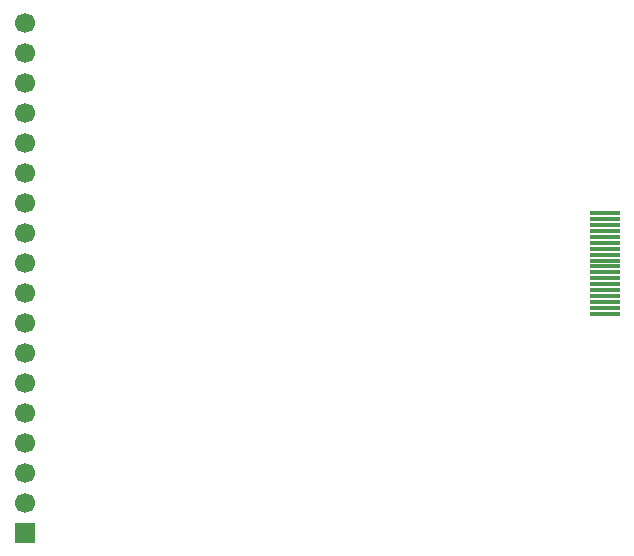
<source format=gbr>
G04 #@! TF.GenerationSoftware,KiCad,Pcbnew,9.0.7*
G04 #@! TF.CreationDate,2026-02-26T09:09:59-06:00*
G04 #@! TF.ProjectId,Flex PCB,466c6578-2050-4434-922e-6b696361645f,rev?*
G04 #@! TF.SameCoordinates,Original*
G04 #@! TF.FileFunction,Soldermask,Bot*
G04 #@! TF.FilePolarity,Negative*
%FSLAX46Y46*%
G04 Gerber Fmt 4.6, Leading zero omitted, Abs format (unit mm)*
G04 Created by KiCad (PCBNEW 9.0.7) date 2026-02-26 09:09:59*
%MOMM*%
%LPD*%
G01*
G04 APERTURE LIST*
%ADD10R,2.500000X0.350000*%
%ADD11R,1.700000X1.700000*%
%ADD12C,1.700000*%
G04 APERTURE END LIST*
D10*
G04 #@! TO.C,J1*
X191975000Y-88500000D03*
X191975000Y-88000000D03*
X191975000Y-87500000D03*
X191975000Y-87000000D03*
X191975000Y-86500000D03*
X191975000Y-86000000D03*
X191975000Y-85500000D03*
X191975000Y-85000000D03*
X191975000Y-84500000D03*
X191975000Y-84000000D03*
X191975000Y-83500000D03*
X191975000Y-83000000D03*
X191975000Y-82500000D03*
X191975000Y-82000000D03*
X191975000Y-81500000D03*
X191975000Y-81000000D03*
X191975000Y-80500000D03*
X191975000Y-80000000D03*
G04 #@! TD*
D11*
G04 #@! TO.C,J2*
X142900000Y-107046000D03*
D12*
X142900000Y-104506000D03*
X142900000Y-101966000D03*
X142900000Y-99426000D03*
X142900000Y-96886000D03*
X142900000Y-94346000D03*
X142900000Y-91806000D03*
X142900000Y-89266000D03*
X142900000Y-86726000D03*
X142900000Y-84186000D03*
X142900000Y-81646000D03*
X142900000Y-79106000D03*
X142900000Y-76566000D03*
X142900000Y-74026000D03*
X142900000Y-71486000D03*
X142900000Y-68946000D03*
X142900000Y-66406000D03*
X142900000Y-63866000D03*
G04 #@! TD*
M02*

</source>
